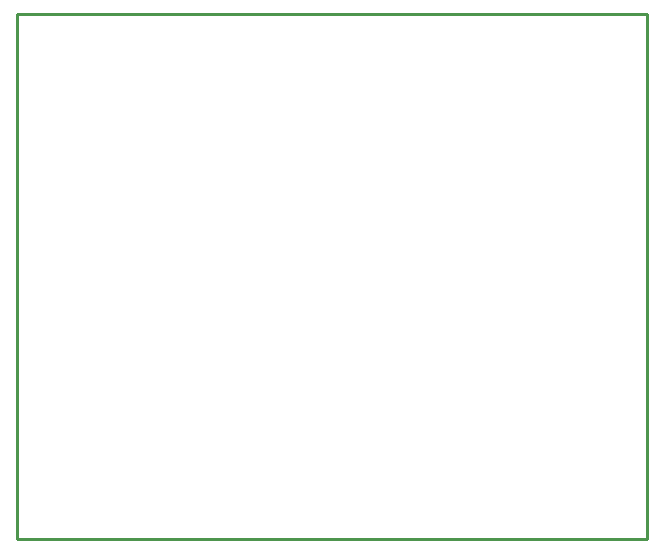
<source format=gm1>
%FSLAX25Y25*%
%MOIN*%
G70*
G01*
G75*
G04 Layer_Color=16711935*
%ADD10R,0.03000X0.09400*%
%ADD11R,0.06300X0.10700*%
%ADD12R,0.09500X0.10300*%
%ADD13O,0.00787X0.02559*%
%ADD14O,0.02559X0.00787*%
%ADD15R,0.18504X0.18504*%
%ADD16R,0.01575X0.06000*%
%ADD17O,0.01575X0.06000*%
%ADD18R,0.07087X0.03937*%
%ADD19R,0.04331X0.04724*%
%ADD20R,0.14200X0.08700*%
%ADD21R,0.04800X0.08800*%
%ADD22R,0.04800X0.01600*%
%ADD23R,0.06693X0.03150*%
%ADD24R,0.03150X0.06693*%
%ADD25R,0.04400X0.04000*%
%ADD26R,0.04000X0.04400*%
%ADD27R,0.03200X0.03600*%
%ADD28R,0.02800X0.04800*%
%ADD29R,0.05512X0.11811*%
%ADD30R,0.02559X0.01969*%
%ADD31R,0.02953X0.03150*%
%ADD32R,0.01969X0.02284*%
%ADD33R,0.02362X0.03937*%
%ADD34R,0.04921X0.07087*%
%ADD35R,0.02362X0.01969*%
%ADD36R,0.10700X0.06300*%
%ADD37R,0.01969X0.02362*%
%ADD38C,0.00600*%
%ADD39C,0.02500*%
%ADD40C,0.01200*%
%ADD41C,0.00800*%
%ADD42C,0.05000*%
%ADD43C,0.01000*%
%ADD44C,0.02000*%
%ADD45C,0.04500*%
%ADD46C,0.03700*%
%ADD47C,0.05906*%
G04:AMPARAMS|DCode=48|XSize=60mil|YSize=60mil|CornerRadius=0mil|HoleSize=0mil|Usage=FLASHONLY|Rotation=270.000|XOffset=0mil|YOffset=0mil|HoleType=Round|Shape=Octagon|*
%AMOCTAGOND48*
4,1,8,-0.01500,-0.03000,0.01500,-0.03000,0.03000,-0.01500,0.03000,0.01500,0.01500,0.03000,-0.01500,0.03000,-0.03000,0.01500,-0.03000,-0.01500,-0.01500,-0.03000,0.0*
%
%ADD48OCTAGOND48*%

%ADD49R,0.06000X0.06000*%
%ADD50C,0.02400*%
%ADD51C,0.02598*%
%ADD52C,0.00984*%
%ADD53C,0.01500*%
%ADD54C,0.00000*%
%ADD55C,0.01969*%
%ADD56C,0.00500*%
%ADD57C,0.00787*%
%ADD58C,0.00591*%
%ADD59C,0.01181*%
%ADD60C,0.00100*%
%ADD61R,0.12504X0.12504*%
%ADD62R,0.03800X0.10200*%
%ADD63R,0.07100X0.11500*%
%ADD64R,0.10300X0.11100*%
%ADD65O,0.01587X0.03359*%
%ADD66O,0.03359X0.01587*%
%ADD67R,0.19304X0.19304*%
%ADD68R,0.02375X0.06800*%
%ADD69O,0.02375X0.06800*%
%ADD70R,0.07887X0.04737*%
%ADD71R,0.05131X0.05524*%
%ADD72R,0.15000X0.09500*%
%ADD73R,0.05600X0.09600*%
%ADD74R,0.05600X0.02400*%
%ADD75R,0.07493X0.03950*%
%ADD76R,0.03950X0.07493*%
%ADD77R,0.05200X0.04800*%
%ADD78R,0.04800X0.05200*%
%ADD79R,0.04000X0.04400*%
%ADD80R,0.03600X0.05600*%
%ADD81R,0.06312X0.12611*%
%ADD82R,0.03359X0.02769*%
%ADD83R,0.03753X0.03950*%
%ADD84R,0.02769X0.03084*%
%ADD85R,0.03162X0.04737*%
%ADD86R,0.05721X0.07887*%
%ADD87R,0.03162X0.02769*%
%ADD88R,0.11500X0.07100*%
%ADD89R,0.02769X0.03162*%
%ADD90C,0.00800*%
%ADD91C,0.06706*%
G04:AMPARAMS|DCode=92|XSize=68mil|YSize=68mil|CornerRadius=0mil|HoleSize=0mil|Usage=FLASHONLY|Rotation=270.000|XOffset=0mil|YOffset=0mil|HoleType=Round|Shape=Octagon|*
%AMOCTAGOND92*
4,1,8,-0.01700,-0.03400,0.01700,-0.03400,0.03400,-0.01700,0.03400,0.01700,0.01700,0.03400,-0.01700,0.03400,-0.03400,0.01700,-0.03400,-0.01700,-0.01700,-0.03400,0.0*
%
%ADD92OCTAGOND92*%

%ADD93R,0.06800X0.06800*%
%ADD94R,0.00800X0.00800*%
%ADD95C,0.03198*%
D43*
X475000Y110000D02*
X685000Y110000D01*
X685000Y285000D02*
X685000Y110000D01*
X475000Y285000D02*
X685000Y285000D01*
X475000Y110000D02*
Y285000D01*
M02*

</source>
